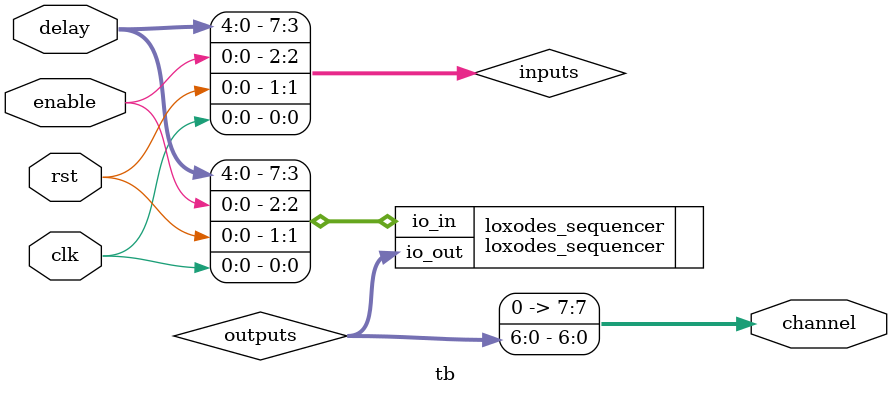
<source format=v>
`default_nettype none
`timescale 1ns/1ps

/*
this testbench just instantiates the module and makes some convenient wires
that can be driven / tested by the cocotb test.py
*/

module tb (
    // testbench is controlled by test.py
    input clk,
    input rst,
    input enable,
    input [4:0] delay,
    output [7:0] channel 
   );

    // this part dumps the trace to a vcd file that can be viewed with GTKWave
    initial begin
        $dumpfile ("tb.vcd");
        $dumpvars (0, tb);
        #1;
    end

    // wire up the inputs and outputs
    wire [7:0] inputs = {delay[4:0], enable, rst, clk};
    wire [7:0] outputs;
    assign channel = outputs[6:0];

    // instantiate the DUT
    loxodes_sequencer loxodes_sequencer(
        .io_in  (inputs),
        .io_out (outputs)
        );

endmodule

</source>
